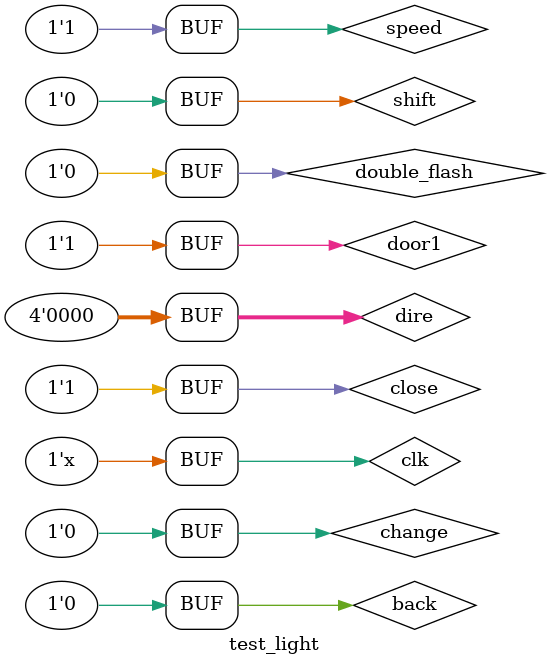
<source format=v>
`timescale 1ns / 1ps


module test_light();
    reg clk;//Ê±ÖÓÊäÈë
    reg [3:0]dire;//·½Ïò¿ØÖÆ,²»º¬µ¹³µ
    reg double_flash;//¹ÊÕÏË«ÉÁ
    reg close;//ÊÇ·ñÆô¶¯
    reg speed;//ÊÇ·ñ¼ÓËÙ
    reg back;//µ¹³µ×´Ì¬
    reg shift;//Æ¯ÒÆÄ£Ê½
    reg door1;//ÅÐ¶ÏÃÅÊÇ·ñ¹ØºÃ
    reg change;//µ÷ÕûÁÁµÆµÄÊ±¼ä
    wire [7:0]dm1;//¶ÎÂë1
    wire [3:0]wm1;//Î»Âë1
    wire [7:0]dm2;//¶ÎÂë2
    wire [3:0]wm2;//Î»Âë2
    wire [2:0]left;//×ó²àÎ²µÆ
    wire [2:0]right;//ÓÒ²àÎ²µÆ
    wire [7:0]xklsd;//ìÅ¿áÁ÷Ë®µÆ
    
    car_light car_test(clk,dire,double_flash,close,speed,shift,door1,change,back,dm1,wm1,dm2,wm2,left,right,xklsd);
    
    initial 
    begin //³õÊ¼×´Ì¬,³µÁ¾Î´Æô¶¯ÇÒÃÅ¹ØºÃ
        clk = 0;dire = 4'b0000;close = 0;double_flash = 0;speed = 0;back = 0;shift = 0;door1 = 1;change = 0;
        #50 door1 = 0;//Î´Æô¶¯£¬ÃÅÎ´¹ØºÃ£¬±¨¾¯Ä£Ê½
        #50 close = 1;//Æô¶¯£¬ÃÅÎ´¹ØºÃ
        #50 door1=0;close=0;//Î´Æô¶¯£¬ÃÅÃ»¹ØºÃ
        #50 door1=1;close=1;//Æô¶¯£¬ÃÅ¹ØºÃ
        #50 dire = 4'b0001;//µÍËÙÕýÏòÐÐÊ»
        #100 dire = 4'b0011;//µÍËÙ×ó×ª
        #100 dire = 4'b0101;//µÍËÙÓÒ×ª
        #100 dire = 4'b1000;//µÍËÙÉ²³µ
        #100 dire = 4'b0000;speed = 1;//¸ßËÙÄ£Ê½
        #100 dire = 4'b0001;//¸ßËÙÕýÏòÐÐÊ»
        #100 dire = 4'b0011;//¸ßËÙ×ó×ª
        #100 dire = 4'b0101;//¸ßËÙÓÒ×ª
        #100 dire = 4'b1000;//¸ßËÙÉ²³µ
        #100 dire = 4'b0000;shift = 1;//Æ¯ÒÆÄ£Ê½
        #100 dire = 4'b0001;
        #100 dire = 4'b0011;//×óÆ¯ÒÆ
        #100 dire = 4'b0101;//ÓÒÆ¯ÒÆ
        #100 dire = 4'b1000;
        #100 dire = 4'b0000;shift = 0;double_flash = 1;//¹ÊÕÏÄ£Ê½
        #100 double_flash = 0;
        #100 dire = 4'b0000;back = 1;//µ¹³µÄ£Ê½
        #100 back = 0;
    end
    always #1 clk = ~clk;
    
endmodule

</source>
